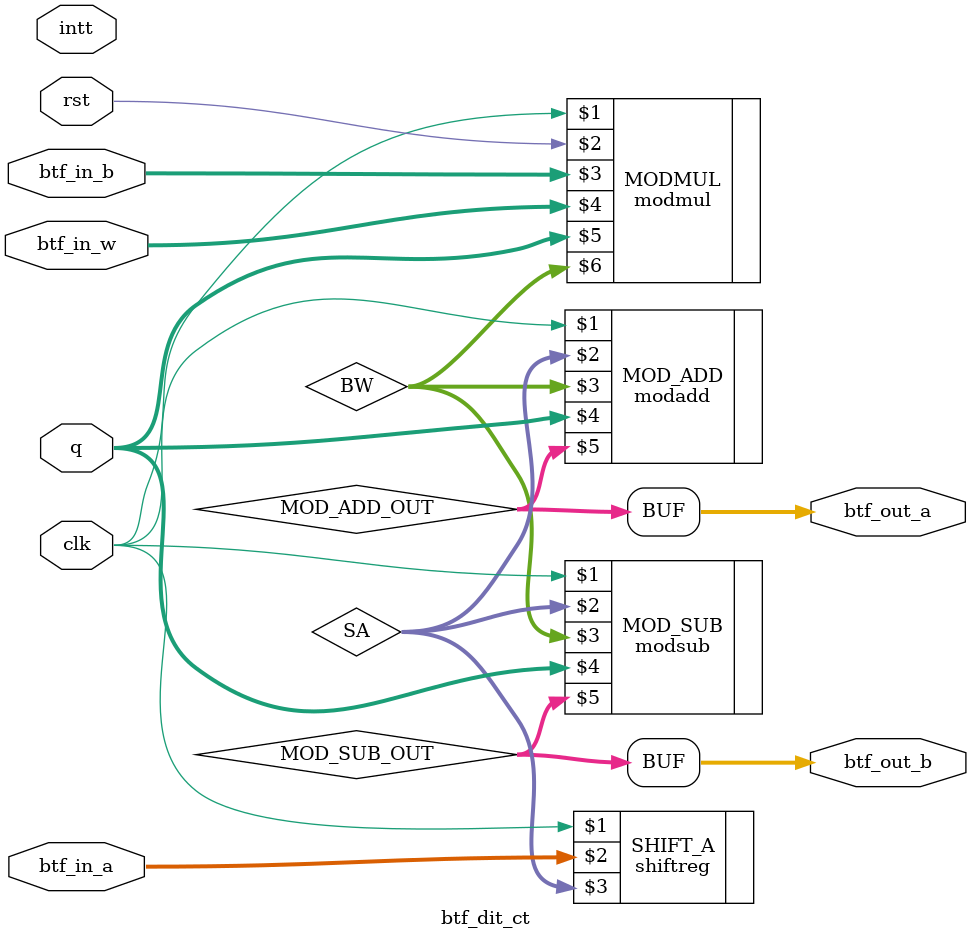
<source format=v>
`timescale 1ns / 1ps

module btf_dit_ct 
#(
    parameter LOGQ       = 0,
    parameter LOGN       = 0,
    parameter IS_Q_FIXED = 0,
    parameter Q          = 0,
    parameter DELAY_ADD  = 0,
    parameter DELAY_SUB  = 0,
    parameter DELAY_MUL  = 0,
    parameter   DSP_W    = 0,
    parameter   DSP_H    = 0,
    parameter DELAY_RED  = 0,
    parameter   TYPE_RED = 0,
    parameter   W        = 0,
    parameter   L        = 0,
    parameter   MULLAT   = 0,
    parameter   ADDPIP   = 0,
    parameter DELAY_DIV2 = 0,
    parameter DELAY_BRAM = 0,
    parameter DELAY_BROM = 0,
    parameter DELAY_FIFO = 0,
    parameter BTF_GS     = 0,
    // specific
    parameter STAGE      = 0
)(
    input               clk,
    input               rst,
    input               intt,
    input  [LOGQ-1:0]   btf_in_a,
    input  [LOGQ-1:0]   btf_in_b,
    input  [LOGQ-1:0]   btf_in_w,
    input  [LOGQ-1:0]   q,
    output [LOGQ-1:0]   btf_out_a,
    output [LOGQ-1:0]   btf_out_b
);

localparam DELAY_TOTAL = DELAY_ADD + DELAY_MUL + DELAY_RED;

wire [LOGQ-1:0] SA;
wire [LOGQ-1:0] BW;
wire [(LOGQ*2)-1:0] mul_bw;
wire [LOGQ-1:0] mod_bw;

// modulo multiplication

shiftreg #(
    (DELAY_MUL+DELAY_RED),
    LOGQ
) SHIFT_A (
    clk,
    btf_in_a,
    SA
);

//intmul #(
//    LOGQ,
//    IS_Q_FIXED,
//    Q,
//    DELAY_ADD,
//    DELAY_SUB,
//    DELAY_MUL, 
//    DELAY_RED,
//    DELAY_BRAM,
//    DELAY_BROM,
//    DELAY_FIFO
//) INTMUL (
//    clk,
//    rst,
//    btf_in_b,
//    btf_in_w,
//    q,
//    mul_bw
//);
//
//modred_64 MODRED_64 (
//    clk,
//    mul_bw,
//    mod_bw
//);
//
//assign BW = mod_bw;

modmul #(
    .LOGQ(LOGQ),      
    .LOGN(LOGN),
    .IS_Q_FIXED(IS_Q_FIXED),
    .Q(Q),
    .DELAY_ADD(DELAY_ADD),   
    .DELAY_SUB(DELAY_SUB),   
    .DELAY_MUL(DELAY_MUL),  
    .DSP_W(DSP_W),
    .DSP_H(DSP_H),
    .DELAY_RED(DELAY_RED),
    .TYPE_RED(TYPE_RED),
    .W(W),
    .L(L),
    .MULLAT(MULLAT),
    .ADDPIP(ADDPIP),
    .DELAY_DIV2(DELAY_DIV2),
    .DELAY_BRAM(DELAY_BRAM),
    .DELAY_BROM(DELAY_BROM),
    .DELAY_FIFO(DELAY_FIFO),
    .BTF_GS(BTF_GS)
) MODMUL (
    clk,
    rst,
    btf_in_b,
    btf_in_w,
    q,
    BW
);

// butterfly operation   

wire [LOGQ-1:0] MOD_ADD_OUT;
wire [LOGQ-1:0] MOD_SUB_OUT;

modadd #(
    .LOGQ(LOGQ),      
    .LOGN(LOGN),
    .IS_Q_FIXED(IS_Q_FIXED),
    .Q(Q),
    .DELAY_ADD(DELAY_ADD),   
    .DELAY_SUB(DELAY_SUB),   
    .DELAY_MUL(DELAY_MUL),  
    .DSP_W(DSP_W),
    .DSP_H(DSP_H),
    .DELAY_RED(DELAY_RED),
    .TYPE_RED(TYPE_RED),
    .W(W),
    .L(L),
    .MULLAT(MULLAT),
    .ADDPIP(ADDPIP),
    .DELAY_DIV2(DELAY_DIV2),
    .DELAY_BRAM(DELAY_BRAM),
    .DELAY_BROM(DELAY_BROM),
    .DELAY_FIFO(DELAY_FIFO),
    .BTF_GS(BTF_GS)
) MOD_ADD (
    clk,
    SA,
    BW,
    q,
    MOD_ADD_OUT
);

modsub #(
    .LOGQ(LOGQ),      
    .LOGN(LOGN),
    .IS_Q_FIXED(IS_Q_FIXED),
    .Q(Q),
    .DELAY_ADD(DELAY_ADD),   
    .DELAY_SUB(DELAY_SUB),   
    .DELAY_MUL(DELAY_MUL),  
    .DSP_W(DSP_W),
    .DSP_H(DSP_H),
    .DELAY_RED(DELAY_RED),
    .TYPE_RED(TYPE_RED),
    .W(W),
    .L(L),
    .MULLAT(MULLAT),
    .ADDPIP(ADDPIP),
    .DELAY_DIV2(DELAY_DIV2),
    .DELAY_BRAM(DELAY_BRAM),
    .DELAY_BROM(DELAY_BROM),
    .DELAY_FIFO(DELAY_FIFO),
    .BTF_GS(BTF_GS)
) MOD_SUB (
    clk,
    SA,
    BW,
    q,
    MOD_SUB_OUT
);

// output

assign btf_out_a = MOD_ADD_OUT;
assign btf_out_b = MOD_SUB_OUT;

endmodule
</source>
